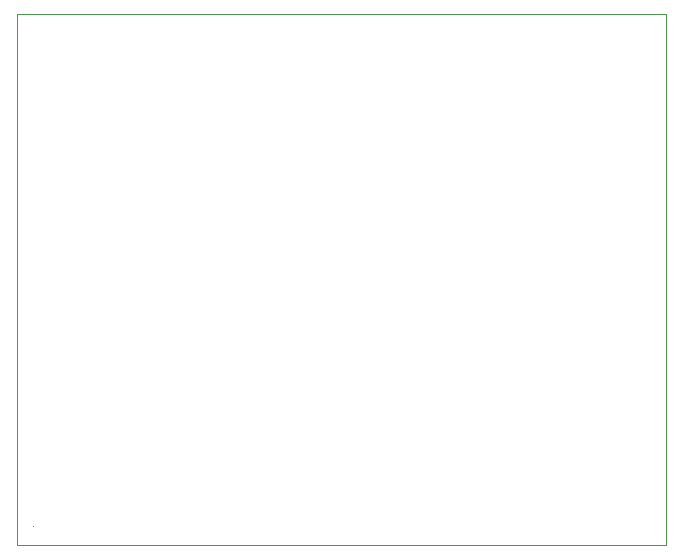
<source format=gbr>
%TF.GenerationSoftware,KiCad,Pcbnew,(6.0.9)*%
%TF.CreationDate,2022-12-04T10:48:40+01:00*%
%TF.ProjectId,bed_occupacy_sensor,6265645f-6f63-4637-9570-6163795f7365,rev?*%
%TF.SameCoordinates,Original*%
%TF.FileFunction,Profile,NP*%
%FSLAX46Y46*%
G04 Gerber Fmt 4.6, Leading zero omitted, Abs format (unit mm)*
G04 Created by KiCad (PCBNEW (6.0.9)) date 2022-12-04 10:48:40*
%MOMM*%
%LPD*%
G01*
G04 APERTURE LIST*
%TA.AperFunction,Profile*%
%ADD10C,0.100000*%
%TD*%
G04 APERTURE END LIST*
D10*
X205680000Y-85145000D02*
X150680000Y-85145000D01*
X150680000Y-85145000D02*
X150680000Y-130145000D01*
X150680000Y-130145000D02*
X205680000Y-130145000D01*
X205680000Y-130145000D02*
X205680000Y-85145000D01*
X152020000Y-128525000D02*
X152020000Y-128525000D01*
X152020000Y-128525000D02*
X152020000Y-128525000D01*
X152020000Y-128525000D02*
X152020000Y-128525000D01*
X152020000Y-128525000D02*
X152020000Y-128525000D01*
M02*

</source>
